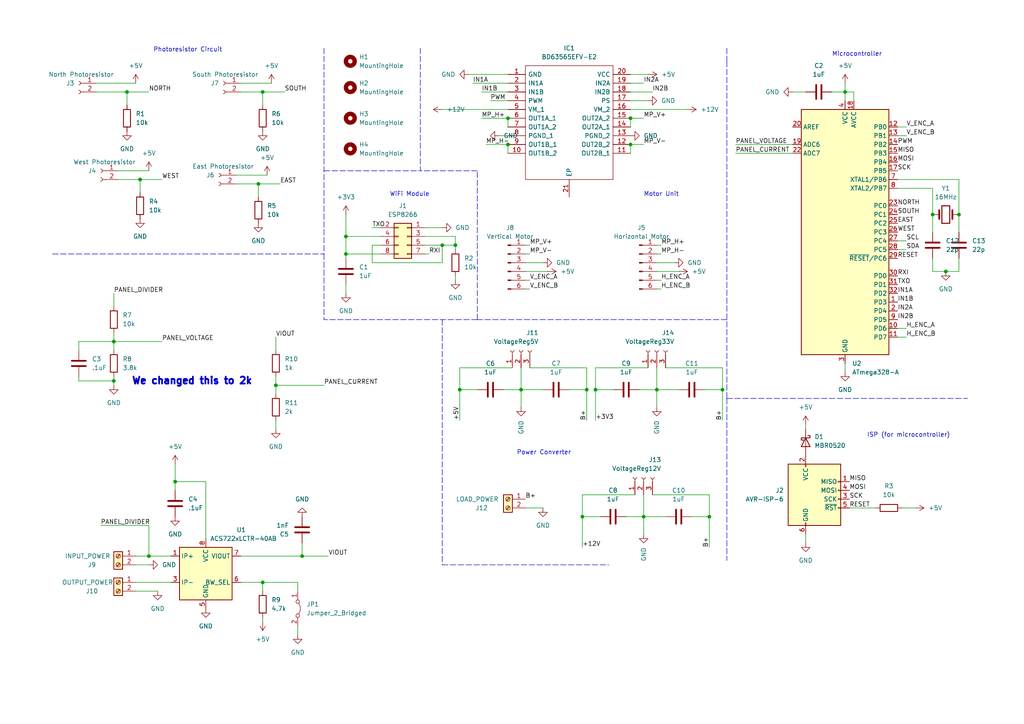
<source format=kicad_sch>
(kicad_sch (version 20211123) (generator eeschema)
  (paper "A4")
  (lib_symbols
    (symbol "Connector:AVR-ISP-6" (pin_names (offset 1.016))
      (property "Reference" "J" (at -6.35 11.43 0))
      (property "Value" "AVR-ISP-6" (at 0 11.43 0))
      (symbol "AVR-ISP-6_0_1"
        (rectangle (start -2.667 -6.858) (end -2.413 -7.62))
        (rectangle (start -2.667 10.16) (end -2.413 9.398))
        (rectangle (start 7.62 -2.413) (end 6.858 -2.667))
        (rectangle (start 7.62 0.127) (end 6.858 -0.127))
        (rectangle (start 7.62 2.667) (end 6.858 2.413))
        (rectangle (start 7.62 5.207) (end 6.858 4.953))
        (rectangle (start 7.62 10.16) (end -7.62 -7.62) (stroke (width 0.254)) (fill (type background)))
      )
      (symbol "AVR-ISP-6_1_1"
        (pin passive line (at 10.16 5.08 180) (length 2.54) (name "MISO") (number "1"))
        (pin passive line (at -2.54 12.7 270) (length 2.54) (name "VCC") (number "2"))
        (pin passive line (at 10.16 0 180) (length 2.54) (name "SCK") (number "3"))
        (pin passive line (at 10.16 2.54 180) (length 2.54) (name "MOSI") (number "4"))
        (pin passive line (at 10.16 -2.54 180) (length 2.54) (name "~{RST}") (number "5"))
        (pin passive line (at -2.54 -10.16 90) (length 2.54) (name "GND") (number "6"))
      )
    )
    (symbol "Connector:Conn_01x02_Female" (pin_names (offset 1.016) hide)
      (property "Reference" "J" (at 0 2.54 0))
      (property "Value" "Conn_01x02_Female" (at 0 -5.08 0))
      (symbol "Conn_01x02_Female_1_1"
        (arc (start 0 -2.032) (mid -0.508 -2.54) (end 0 -3.048) (stroke (width 0.1524)))
        (polyline (pts (xy -1.27 -2.54) (xy -0.508 -2.54)) (stroke (width 0.1524)))
        (polyline (pts (xy -1.27 0) (xy -0.508 0)) (stroke (width 0.1524)))
        (arc (start 0 0.508) (mid -0.508 0) (end 0 -0.508) (stroke (width 0.1524)))
        (pin passive line (at -5.08 0 0) (length 3.81) (name "Pin_1") (number "1"))
        (pin passive line (at -5.08 -2.54 0) (length 3.81) (name "Pin_2") (number "2"))
      )
    )
    (symbol "Connector:Conn_01x03_Female" (pin_names (offset 1.016) hide)
      (property "Reference" "J" (at 0 5.08 0))
      (property "Value" "Conn_01x03_Female" (at 0 -5.08 0))
      (symbol "Conn_01x03_Female_1_1"
        (arc (start 0 -2.032) (mid -0.508 -2.54) (end 0 -3.048) (stroke (width 0.1524)))
        (polyline (pts (xy -1.27 -2.54) (xy -0.508 -2.54)) (stroke (width 0.1524)))
        (polyline (pts (xy -1.27 0) (xy -0.508 0)) (stroke (width 0.1524)))
        (polyline (pts (xy -1.27 2.54) (xy -0.508 2.54)) (stroke (width 0.1524)))
        (arc (start 0 0.508) (mid -0.508 0) (end 0 -0.508) (stroke (width 0.1524)))
        (arc (start 0 3.048) (mid -0.508 2.54) (end 0 2.032) (stroke (width 0.1524)))
        (pin passive line (at -5.08 2.54 0) (length 3.81) (name "Pin_1") (number "1"))
        (pin passive line (at -5.08 0 0) (length 3.81) (name "Pin_2") (number "2"))
        (pin passive line (at -5.08 -2.54 0) (length 3.81) (name "Pin_3") (number "3"))
      )
    )
    (symbol "Connector:Conn_01x06_Male" (pin_names (offset 1.016) hide)
      (property "Reference" "J" (at 0 7.62 0))
      (property "Value" "Conn_01x06_Male" (at 0 -10.16 0))
      (symbol "Conn_01x06_Male_1_1"
        (polyline (pts (xy 1.27 -7.62) (xy 0.8636 -7.62)) (stroke (width 0.1524)))
        (polyline (pts (xy 1.27 -5.08) (xy 0.8636 -5.08)) (stroke (width 0.1524)))
        (polyline (pts (xy 1.27 -2.54) (xy 0.8636 -2.54)) (stroke (width 0.1524)))
        (polyline (pts (xy 1.27 0) (xy 0.8636 0)) (stroke (width 0.1524)))
        (polyline (pts (xy 1.27 2.54) (xy 0.8636 2.54)) (stroke (width 0.1524)))
        (polyline (pts (xy 1.27 5.08) (xy 0.8636 5.08)) (stroke (width 0.1524)))
        (rectangle (start 0.8636 -7.493) (end 0 -7.747) (stroke (width 0.1524)) (fill (type outline)))
        (rectangle (start 0.8636 -4.953) (end 0 -5.207) (stroke (width 0.1524)) (fill (type outline)))
        (rectangle (start 0.8636 -2.413) (end 0 -2.667) (stroke (width 0.1524)) (fill (type outline)))
        (rectangle (start 0.8636 0.127) (end 0 -0.127) (stroke (width 0.1524)) (fill (type outline)))
        (rectangle (start 0.8636 2.667) (end 0 2.413) (stroke (width 0.1524)) (fill (type outline)))
        (rectangle (start 0.8636 5.207) (end 0 4.953) (stroke (width 0.1524)) (fill (type outline)))
        (pin passive line (at 5.08 5.08 180) (length 3.81) (name "Pin_1") (number "1"))
        (pin passive line (at 5.08 2.54 180) (length 3.81) (name "Pin_2") (number "2"))
        (pin passive line (at 5.08 0 180) (length 3.81) (name "Pin_3") (number "3"))
        (pin passive line (at 5.08 -2.54 180) (length 3.81) (name "Pin_4") (number "4"))
        (pin passive line (at 5.08 -5.08 180) (length 3.81) (name "Pin_5") (number "5"))
        (pin passive line (at 5.08 -7.62 180) (length 3.81) (name "Pin_6") (number "6"))
      )
    )
    (symbol "Connector:Screw_Terminal_01x02" (pin_names (offset 1.016) hide)
      (property "Reference" "J" (at 0 2.54 0))
      (property "Value" "Screw_Terminal_01x02" (at 0 -5.08 0))
      (symbol "Screw_Terminal_01x02_1_1"
        (rectangle (start -1.27 1.27) (end 1.27 -3.81) (stroke (width 0.254)) (fill (type background)))
        (circle (center 0 -2.54) (radius 0.635) (stroke (width 0.1524)))
        (polyline (pts (xy -0.5334 -2.2098) (xy 0.3302 -3.048)) (stroke (width 0.1524)))
        (polyline (pts (xy -0.5334 0.3302) (xy 0.3302 -0.508)) (stroke (width 0.1524)))
        (polyline (pts (xy -0.3556 -2.032) (xy 0.508 -2.8702)) (stroke (width 0.1524)))
        (polyline (pts (xy -0.3556 0.508) (xy 0.508 -0.3302)) (stroke (width 0.1524)))
        (circle (center 0 0) (radius 0.635) (stroke (width 0.1524)))
        (pin passive line (at -5.08 0 0) (length 3.81) (name "Pin_1") (number "1"))
        (pin passive line (at -5.08 -2.54 0) (length 3.81) (name "Pin_2") (number "2"))
      )
    )
    (symbol "Connector_Generic:Conn_02x04_Odd_Even" (pin_names (offset 1.016) hide)
      (property "Reference" "J" (at 1.27 5.08 0))
      (property "Value" "Conn_02x04_Odd_Even" (at 1.27 -7.62 0))
      (symbol "Conn_02x04_Odd_Even_1_1"
        (rectangle (start -1.27 -4.953) (end 0 -5.207) (stroke (width 0.1524)))
        (rectangle (start -1.27 -2.413) (end 0 -2.667) (stroke (width 0.1524)))
        (rectangle (start -1.27 0.127) (end 0 -0.127) (stroke (width 0.1524)))
        (rectangle (start -1.27 2.667) (end 0 2.413) (stroke (width 0.1524)))
        (rectangle (start -1.27 3.81) (end 3.81 -6.35) (stroke (width 0.254)) (fill (type background)))
        (rectangle (start 3.81 -4.953) (end 2.54 -5.207) (stroke (width 0.1524)))
        (rectangle (start 3.81 -2.413) (end 2.54 -2.667) (stroke (width 0.1524)))
        (rectangle (start 3.81 0.127) (end 2.54 -0.127) (stroke (width 0.1524)))
        (rectangle (start 3.81 2.667) (end 2.54 2.413) (stroke (width 0.1524)))
        (pin passive line (at -5.08 2.54 0) (length 3.81) (name "Pin_1") (number "1"))
        (pin passive line (at 7.62 2.54 180) (length 3.81) (name "Pin_2") (number "2"))
        (pin passive line (at -5.08 0 0) (length 3.81) (name "Pin_3") (number "3"))
        (pin passive line (at 7.62 0 180) (length 3.81) (name "Pin_4") (number "4"))
        (pin passive line (at -5.08 -2.54 0) (length 3.81) (name "Pin_5") (number "5"))
        (pin passive line (at 7.62 -2.54 180) (length 3.81) (name "Pin_6") (number "6"))
        (pin passive line (at -5.08 -5.08 0) (length 3.81) (name "Pin_7") (number "7"))
        (pin passive line (at 7.62 -5.08 180) (length 3.81) (name "Pin_8") (number "8"))
      )
    )
    (symbol "Device:C" (pin_numbers hide) (pin_names (offset 0.254))
      (property "Reference" "C" (at 0.635 2.54 0))
      (property "Value" "C" (at 0.635 -2.54 0))
      (symbol "C_0_1"
        (polyline (pts (xy -2.032 -0.762) (xy 2.032 -0.762)) (stroke (width 0.508)))
        (polyline (pts (xy -2.032 0.762) (xy 2.032 0.762)) (stroke (width 0.508)))
      )
      (symbol "C_1_1"
        (pin passive line (at 0 3.81 270) (length 2.794) (name "~") (number "1"))
        (pin passive line (at 0 -3.81 90) (length 2.794) (name "~") (number "2"))
      )
    )
    (symbol "Device:Crystal" (pin_numbers hide) (pin_names (offset 1.016) hide)
      (property "Reference" "Y" (at 0 3.81 0))
      (property "Value" "Crystal" (at 0 -3.81 0))
      (symbol "Crystal_0_1"
        (rectangle (start -1.143 2.54) (end 1.143 -2.54) (stroke (width 0.3048)))
        (polyline (pts (xy -2.54 0) (xy -1.905 0)))
        (polyline (pts (xy -1.905 -1.27) (xy -1.905 1.27)) (stroke (width 0.508)))
        (polyline (pts (xy 1.905 -1.27) (xy 1.905 1.27)) (stroke (width 0.508)))
        (polyline (pts (xy 2.54 0) (xy 1.905 0)))
      )
      (symbol "Crystal_1_1"
        (pin passive line (at -3.81 0 0) (length 1.27) (name "1") (number "1"))
        (pin passive line (at 3.81 0 180) (length 1.27) (name "2") (number "2"))
      )
    )
    (symbol "Device:R" (pin_numbers hide) (pin_names (offset 0))
      (property "Reference" "R" (at 2.032 0 90))
      (property "Value" "R" (at 0 0 90))
      (symbol "R_0_1"
        (rectangle (start -1.016 -2.54) (end 1.016 2.54) (stroke (width 0.254)))
      )
      (symbol "R_1_1"
        (pin passive line (at 0 3.81 270) (length 1.27) (name "~") (number "1"))
        (pin passive line (at 0 -3.81 90) (length 1.27) (name "~") (number "2"))
      )
    )
    (symbol "Diode:MBR0520" (pin_numbers hide) (pin_names (offset 1.016) hide)
      (property "Reference" "D" (at 0 2.54 0))
      (property "Value" "MBR0520" (at 0 -2.54 0))
      (symbol "MBR0520_0_1"
        (polyline (pts (xy 1.27 0) (xy -1.27 0)))
        (polyline (pts (xy 1.27 1.27) (xy 1.27 -1.27) (xy -1.27 0) (xy 1.27 1.27)) (stroke (width 0.254)))
        (polyline (pts (xy -1.905 0.635) (xy -1.905 1.27) (xy -1.27 1.27) (xy -1.27 -1.27) (xy -0.635 -1.27) (xy -0.635 -0.635)) (stroke (width 0.254)))
      )
      (symbol "MBR0520_1_1"
        (pin passive line (at -3.81 0 0) (length 2.54) (name "K") (number "1"))
        (pin passive line (at 3.81 0 180) (length 2.54) (name "A") (number "2"))
      )
    )
    (symbol "Jumper:Jumper_2_Bridged" (pin_names (offset 0) hide)
      (property "Reference" "JP" (at 0 1.905 0))
      (property "Value" "Jumper_2_Bridged" (at 0 -2.54 0))
      (symbol "Jumper_2_Bridged_0_0"
        (circle (center -2.032 0) (radius 0.508))
        (circle (center 2.032 0) (radius 0.508))
      )
      (symbol "Jumper_2_Bridged_0_1"
        (arc (start 1.524 0.254) (mid 0 0.762) (end -1.524 0.254))
      )
      (symbol "Jumper_2_Bridged_1_1"
        (pin passive line (at -5.08 0 0) (length 2.54) (name "A") (number "1"))
        (pin passive line (at 5.08 0 180) (length 2.54) (name "B") (number "2"))
      )
    )
    (symbol "MCU_Microchip_ATmega:ATmega328-A"
      (property "Reference" "U" (at -12.7 36.83 0))
      (property "Value" "ATmega328-A" (at 2.54 -36.83 0))
      (symbol "ATmega328-A_0_1"
        (rectangle (start -12.7 -35.56) (end 12.7 35.56) (stroke (width 0.254)) (fill (type background)))
      )
      (symbol "ATmega328-A_1_1"
        (pin bidirectional line (at 15.24 -20.32 180) (length 2.54) (name "PD3") (number "1"))
        (pin bidirectional line (at 15.24 -27.94 180) (length 2.54) (name "PD6") (number "10"))
        (pin bidirectional line (at 15.24 -30.48 180) (length 2.54) (name "PD7") (number "11"))
        (pin bidirectional line (at 15.24 30.48 180) (length 2.54) (name "PB0") (number "12"))
        (pin bidirectional line (at 15.24 27.94 180) (length 2.54) (name "PB1") (number "13"))
        (pin bidirectional line (at 15.24 25.4 180) (length 2.54) (name "PB2") (number "14"))
        (pin bidirectional line (at 15.24 22.86 180) (length 2.54) (name "PB3") (number "15"))
        (pin bidirectional line (at 15.24 20.32 180) (length 2.54) (name "PB4") (number "16"))
        (pin bidirectional line (at 15.24 17.78 180) (length 2.54) (name "PB5") (number "17"))
        (pin power_in line (at 2.54 38.1 270) (length 2.54) (name "AVCC") (number "18"))
        (pin input line (at -15.24 25.4 0) (length 2.54) (name "ADC6") (number "19"))
        (pin bidirectional line (at 15.24 -22.86 180) (length 2.54) (name "PD4") (number "2"))
        (pin passive line (at -15.24 30.48 0) (length 2.54) (name "AREF") (number "20"))
        (pin passive line (at 0 -38.1 90) (length 2.54) hide (name "GND") (number "21"))
        (pin input line (at -15.24 22.86 0) (length 2.54) (name "ADC7") (number "22"))
        (pin bidirectional line (at 15.24 7.62 180) (length 2.54) (name "PC0") (number "23"))
        (pin bidirectional line (at 15.24 5.08 180) (length 2.54) (name "PC1") (number "24"))
        (pin bidirectional line (at 15.24 2.54 180) (length 2.54) (name "PC2") (number "25"))
        (pin bidirectional line (at 15.24 0 180) (length 2.54) (name "PC3") (number "26"))
        (pin bidirectional line (at 15.24 -2.54 180) (length 2.54) (name "PC4") (number "27"))
        (pin bidirectional line (at 15.24 -5.08 180) (length 2.54) (name "PC5") (number "28"))
        (pin bidirectional line (at 15.24 -7.62 180) (length 2.54) (name "~{RESET}/PC6") (number "29"))
        (pin power_in line (at 0 -38.1 90) (length 2.54) (name "GND") (number "3"))
        (pin bidirectional line (at 15.24 -12.7 180) (length 2.54) (name "PD0") (number "30"))
        (pin bidirectional line (at 15.24 -15.24 180) (length 2.54) (name "PD1") (number "31"))
        (pin bidirectional line (at 15.24 -17.78 180) (length 2.54) (name "PD2") (number "32"))
        (pin power_in line (at 0 38.1 270) (length 2.54) (name "VCC") (number "4"))
        (pin passive line (at 0 -38.1 90) (length 2.54) hide (name "GND") (number "5"))
        (pin passive line (at 0 38.1 270) (length 2.54) hide (name "VCC") (number "6"))
        (pin bidirectional line (at 15.24 15.24 180) (length 2.54) (name "XTAL1/PB6") (number "7"))
        (pin bidirectional line (at 15.24 12.7 180) (length 2.54) (name "XTAL2/PB7") (number "8"))
        (pin bidirectional line (at 15.24 -25.4 180) (length 2.54) (name "PD5") (number "9"))
      )
    )
    (symbol "Mechanical:MountingHole" (pin_names (offset 1.016))
      (property "Reference" "H" (at 0 5.08 0))
      (property "Value" "MountingHole" (at 0 3.175 0))
      (symbol "MountingHole_0_1"
        (circle (center 0 0) (radius 1.27) (stroke (width 1.27)))
      )
    )
    (symbol "Motor Driver BD635:BD63565EFV-E2" (pin_names (offset 0.762))
      (property "Reference" "IC" (at 31.75 7.62 0))
      (property "Value" "BD63565EFV-E2" (at 31.75 5.08 0))
      (symbol "BD63565EFV-E2_0_0"
        (pin passive line (at 0 0 0) (length 5.08) (name "GND") (number "1"))
        (pin passive line (at 0 -22.86 0) (length 5.08) (name "OUT1B_2") (number "10"))
        (pin passive line (at 35.56 -22.86 180) (length 5.08) (name "OUT2B_1") (number "11"))
        (pin passive line (at 35.56 -20.32 180) (length 5.08) (name "OUT2B_2") (number "12"))
        (pin passive line (at 35.56 -17.78 180) (length 5.08) (name "PGND_2") (number "13"))
        (pin passive line (at 35.56 -15.24 180) (length 5.08) (name "OUT2A_1") (number "14"))
        (pin passive line (at 35.56 -12.7 180) (length 5.08) (name "OUT2A_2") (number "15"))
        (pin passive line (at 35.56 -10.16 180) (length 5.08) (name "VM_2") (number "16"))
        (pin passive line (at 35.56 -7.62 180) (length 5.08) (name "PS") (number "17"))
        (pin passive line (at 35.56 -5.08 180) (length 5.08) (name "IN2B") (number "18"))
        (pin passive line (at 35.56 -2.54 180) (length 5.08) (name "IN2A") (number "19"))
        (pin passive line (at 0 -2.54 0) (length 5.08) (name "IN1A") (number "2"))
        (pin passive line (at 35.56 0 180) (length 5.08) (name "VCC") (number "20"))
        (pin passive line (at 17.78 -35.56 90) (length 5.08) (name "EP") (number "21"))
        (pin passive line (at 0 -5.08 0) (length 5.08) (name "IN1B") (number "3"))
        (pin passive line (at 0 -7.62 0) (length 5.08) (name "PWM") (number "4"))
        (pin passive line (at 0 -10.16 0) (length 5.08) (name "VM_1") (number "5"))
        (pin passive line (at 0 -12.7 0) (length 5.08) (name "OUT1A_1") (number "6"))
        (pin passive line (at 0 -15.24 0) (length 5.08) (name "OUT1A_2") (number "7"))
        (pin passive line (at 0 -17.78 0) (length 5.08) (name "PGND_1") (number "8"))
        (pin passive line (at 0 -20.32 0) (length 5.08) (name "OUT1B_1") (number "9"))
      )
      (symbol "BD63565EFV-E2_0_1"
        (polyline (pts (xy 5.08 2.54) (xy 30.48 2.54) (xy 30.48 -30.48) (xy 5.08 -30.48) (xy 5.08 2.54)) (stroke (width 0.1524)))
      )
    )
    (symbol "Sensor_Current:ACS722xLCTR-40AB"
      (property "Reference" "U" (at 2.54 11.43 0))
      (property "Value" "ACS722xLCTR-40AB" (at 2.54 8.89 0))
      (symbol "ACS722xLCTR-40AB_0_1"
        (rectangle (start -7.62 7.62) (end 7.62 -7.62) (stroke (width 0.254)) (fill (type background)))
      )
      (symbol "ACS722xLCTR-40AB_1_1"
        (pin passive line (at -10.16 5.08 0) (length 2.54) (name "IP+") (number "1"))
        (pin passive line (at -10.16 5.08 0) (length 2.54) hide (name "IP+") (number "2"))
        (pin passive line (at -10.16 -2.54 0) (length 2.54) (name "IP-") (number "3"))
        (pin passive line (at -10.16 -2.54 0) (length 2.54) hide (name "IP-") (number "4"))
        (pin power_in line (at 0 -10.16 90) (length 2.54) (name "GND") (number "5"))
        (pin input line (at 10.16 -2.54 180) (length 2.54) (name "BW_SEL") (number "6"))
        (pin output line (at 10.16 5.08 180) (length 2.54) (name "VIOUT") (number "7"))
        (pin power_in line (at 0 10.16 270) (length 2.54) (name "VCC") (number "8"))
      )
    )
    (symbol "power:+12V" (power) (pin_names (offset 0))
      (property "Value" "+12V" (at 0 3.556 0))
      (symbol "+12V_0_1"
        (polyline (pts (xy -0.762 1.27) (xy 0 2.54)))
        (polyline (pts (xy 0 0) (xy 0 2.54)))
        (polyline (pts (xy 0 2.54) (xy 0.762 1.27)))
      )
      (symbol "+12V_1_1"
        (pin power_in line (at 0 0 90) (length 0) hide (name "+12V") (number "1"))
      )
    )
    (symbol "power:+3.3V" (power) (pin_names (offset 0))
      (property "Value" "+3.3V" (at 0 3.556 0))
      (symbol "+3.3V_0_1"
        (polyline (pts (xy -0.762 1.27) (xy 0 2.54)))
        (polyline (pts (xy 0 0) (xy 0 2.54)))
        (polyline (pts (xy 0 2.54) (xy 0.762 1.27)))
      )
      (symbol "+3.3V_1_1"
        (pin power_in line (at 0 0 90) (length 0) hide (name "+3V3") (number "1"))
      )
    )
    (symbol "power:+5V" (power) (pin_names (offset 0))
      (property "Value" "+5V" (at 0 3.556 0))
      (symbol "+5V_0_1"
        (polyline (pts (xy -0.762 1.27) (xy 0 2.54)))
        (polyline (pts (xy 0 0) (xy 0 2.54)))
        (polyline (pts (xy 0 2.54) (xy 0.762 1.27)))
      )
      (symbol "+5V_1_1"
        (pin power_in line (at 0 0 90) (length 0) hide (name "+5V") (number "1"))
      )
    )
    (symbol "power:GND" (power) (pin_names (offset 0))
      (property "Value" "GND" (at 0 -3.81 0))
      (symbol "GND_0_1"
        (polyline (pts (xy 0 0) (xy 0 -1.27) (xy 1.27 -1.27) (xy 0 -2.54) (xy -1.27 -1.27) (xy 0 -1.27)))
      )
      (symbol "GND_1_1"
        (pin power_in line (at 0 0 270) (length 0) hide (name "GND") (number "1"))
      )
    )
  )
  (junction (at 170.18 113.03))
  (junction (at 245.11 26.67))
  (junction (at 172.72 113.03))
  (junction (at 274.32 78.74))
  (junction (at 40.64 52.07))
  (junction (at 147.32 41.91))
  (junction (at 132.08 71.12))
  (junction (at 33.02 99.06))
  (junction (at 74.93 53.34))
  (junction (at 151.13 113.03))
  (junction (at 50.8 139.7))
  (junction (at 168.91 149.86))
  (junction (at 76.2 168.91))
  (junction (at 270.51 62.23))
  (junction (at 182.88 34.29))
  (junction (at 36.83 26.67))
  (junction (at 33.02 110.49))
  (junction (at 182.88 41.91))
  (junction (at 76.2 26.67))
  (junction (at 87.63 161.29))
  (junction (at 80.01 111.76))
  (junction (at 186.69 149.86))
  (junction (at 100.33 68.58))
  (junction (at 43.18 161.29))
  (junction (at 100.33 73.66))
  (junction (at 205.74 149.86))
  (junction (at 133.35 113.03))
  (junction (at 209.55 113.03))
  (junction (at 147.32 34.29))
  (junction (at 278.13 62.23))
  (junction (at 128.27 71.12))
  (junction (at 190.5 113.03))
  (wire (pts (xy 260.35 54.61) (xy 270.51 54.61)))
  (wire (pts (xy 182.88 34.29) (xy 182.88 36.83)))
  (wire (pts (xy 186.69 154.94) (xy 186.69 149.86)))
  (wire (pts (xy 170.18 106.68) (xy 153.67 106.68)))
  (wire (pts (xy 260.35 97.79) (xy 262.89 97.79)))
  (wire (pts (xy 22.86 110.49) (xy 33.02 110.49)))
  (wire (pts (xy 33.02 110.49) (xy 33.02 111.76)))
  (wire (pts (xy 110.49 71.12) (xy 107.95 71.12)))
  (wire (pts (xy 142.24 29.21) (xy 147.32 29.21)))
  (wire (pts (xy 76.2 168.91) (xy 76.2 171.45)))
  (wire (pts (xy 204.47 113.03) (xy 209.55 113.03)))
  (wire (pts (xy 261.62 147.32) (xy 265.43 147.32)))
  (wire (pts (xy 50.8 139.7) (xy 59.69 139.7)))
  (wire (pts (xy 33.02 99.06) (xy 46.99 99.06)))
  (wire (pts (xy 100.33 68.58) (xy 110.49 68.58)))
  (wire (pts (xy 133.35 121.92) (xy 133.35 113.03)))
  (polyline (pts (xy 93.98 13.97) (xy 93.98 73.66)))
  (wire (pts (xy 76.2 26.67) (xy 82.55 26.67)))
  (wire (pts (xy 87.63 157.48) (xy 87.63 161.29)))
  (wire (pts (xy 68.58 53.34) (xy 74.93 53.34)))
  (wire (pts (xy 205.74 143.51) (xy 189.23 143.51)))
  (polyline (pts (xy 210.82 115.57) (xy 210.82 162.56)))
  (wire (pts (xy 33.02 96.4991) (xy 33.02 99.06)))
  (wire (pts (xy 39.37 163.83) (xy 43.18 163.83)))
  (wire (pts (xy 209.55 106.68) (xy 193.04 106.68)))
  (wire (pts (xy 190.5 118.11) (xy 190.5 113.03)))
  (wire (pts (xy 247.65 26.67) (xy 245.11 26.67)))
  (wire (pts (xy 140.97 41.91) (xy 147.32 41.91)))
  (wire (pts (xy 69.85 161.29) (xy 87.63 161.29)))
  (wire (pts (xy 260.35 95.25) (xy 262.89 95.25)))
  (wire (pts (xy 246.38 147.32) (xy 254 147.32)))
  (wire (pts (xy 229.87 26.67) (xy 233.68 26.67)))
  (wire (pts (xy 132.08 68.58) (xy 132.08 71.12)))
  (wire (pts (xy 151.13 118.11) (xy 151.13 113.03)))
  (wire (pts (xy 132.08 72.39) (xy 132.08 71.12)))
  (wire (pts (xy 172.72 113.03) (xy 177.8 113.03)))
  (wire (pts (xy 245.11 105.41) (xy 245.11 107.95)))
  (wire (pts (xy 260.35 69.85) (xy 262.89 69.85)))
  (wire (pts (xy 190.5 113.03) (xy 196.85 113.03)))
  (polyline (pts (xy 128.27 92.71) (xy 128.27 163.83)))
  (wire (pts (xy 278.13 78.74) (xy 274.32 78.74)))
  (wire (pts (xy 147.32 34.29) (xy 147.32 36.83)))
  (wire (pts (xy 27.94 26.67) (xy 36.83 26.67)))
  (wire (pts (xy 135.89 21.59) (xy 147.32 21.59)))
  (wire (pts (xy 34.29 52.07) (xy 40.64 52.07)))
  (wire (pts (xy 86.36 181.61) (xy 86.36 184.15)))
  (wire (pts (xy 151.13 113.03) (xy 157.48 113.03)))
  (wire (pts (xy 107.95 66.04) (xy 110.49 66.04)))
  (wire (pts (xy 152.4 83.82) (xy 153.67 83.82)))
  (polyline (pts (xy 210.82 13.97) (xy 210.82 17.78)))
  (wire (pts (xy 182.88 21.59) (xy 187.96 21.59)))
  (polyline (pts (xy 210.82 17.78) (xy 210.82 115.57)))
  (wire (pts (xy 100.33 68.58) (xy 100.33 73.66)))
  (polyline (pts (xy 138.43 92.71) (xy 138.43 49.53)))
  (wire (pts (xy 245.11 26.67) (xy 245.11 29.21)))
  (wire (pts (xy 190.5 113.03) (xy 190.5 106.68)))
  (wire (pts (xy 76.2 26.67) (xy 76.2 30.48)))
  (wire (pts (xy 146.05 113.03) (xy 151.13 113.03)))
  (wire (pts (xy 278.13 62.23) (xy 278.13 67.31)))
  (wire (pts (xy 260.35 36.83) (xy 262.89 36.83)))
  (wire (pts (xy 172.72 106.68) (xy 187.96 106.68)))
  (wire (pts (xy 68.58 50.8) (xy 77.47 50.8)))
  (wire (pts (xy 69.85 26.67) (xy 76.2 26.67)))
  (wire (pts (xy 133.35 106.68) (xy 148.59 106.68)))
  (wire (pts (xy 123.19 71.12) (xy 128.27 71.12)))
  (wire (pts (xy 182.88 41.91) (xy 182.88 44.45)))
  (wire (pts (xy 247.65 29.21) (xy 247.65 26.67)))
  (wire (pts (xy 270.51 78.74) (xy 274.32 78.74)))
  (wire (pts (xy 80.01 109.1991) (xy 80.01 111.76)))
  (polyline (pts (xy 128.27 163.83) (xy 176.53 163.83)))
  (wire (pts (xy 123.19 68.58) (xy 132.08 68.58)))
  (wire (pts (xy 36.83 26.67) (xy 36.83 30.48)))
  (polyline (pts (xy 121.92 13.97) (xy 121.92 49.53)))
  (wire (pts (xy 33.02 99.06) (xy 22.86 99.06)))
  (wire (pts (xy 50.8 134.62) (xy 50.8 139.7)))
  (wire (pts (xy 278.13 52.07) (xy 278.13 62.23)))
  (wire (pts (xy 165.1 113.03) (xy 170.18 113.03)))
  (wire (pts (xy 152.4 76.2) (xy 157.48 76.2)))
  (wire (pts (xy 147.32 41.91) (xy 147.32 44.45)))
  (wire (pts (xy 233.68 154.94) (xy 233.68 157.48)))
  (wire (pts (xy 170.18 121.92) (xy 170.18 113.03)))
  (wire (pts (xy 80.01 97.79) (xy 80.01 101.5791)))
  (wire (pts (xy 185.42 113.03) (xy 190.5 113.03)))
  (wire (pts (xy 128.27 71.12) (xy 132.08 71.12)))
  (wire (pts (xy 260.35 52.07) (xy 278.13 52.07)))
  (wire (pts (xy 168.91 149.86) (xy 173.99 149.86)))
  (wire (pts (xy 233.68 124.46) (xy 233.68 123.19)))
  (wire (pts (xy 270.51 54.61) (xy 270.51 62.23)))
  (polyline (pts (xy 138.43 49.53) (xy 121.92 49.53)))
  (wire (pts (xy 76.2 179.07) (xy 76.2 180.34)))
  (wire (pts (xy 128.27 31.75) (xy 147.32 31.75)))
  (wire (pts (xy 39.37 171.45) (xy 45.72 171.45)))
  (wire (pts (xy 152.4 73.66) (xy 153.67 73.66)))
  (polyline (pts (xy 210.82 92.71) (xy 138.43 92.71)))
  (wire (pts (xy 86.36 168.91) (xy 86.36 171.45)))
  (wire (pts (xy 59.69 156.21) (xy 59.69 139.7)))
  (wire (pts (xy 39.37 168.91) (xy 49.53 168.91)))
  (wire (pts (xy 107.95 76.2) (xy 128.27 76.2)))
  (wire (pts (xy 27.94 24.13) (xy 39.37 24.13)))
  (polyline (pts (xy 138.43 92.71) (xy 93.98 92.71)))
  (wire (pts (xy 245.11 24.13) (xy 245.11 26.67)))
  (wire (pts (xy 137.16 24.13) (xy 147.32 24.13)))
  (wire (pts (xy 182.88 31.75) (xy 199.39 31.75)))
  (wire (pts (xy 190.5 76.2) (xy 195.58 76.2)))
  (wire (pts (xy 213.36 44.45) (xy 229.87 44.45)))
  (polyline (pts (xy 210.82 115.57) (xy 280.67 115.57)))
  (wire (pts (xy 107.95 71.12) (xy 107.95 76.2)))
  (wire (pts (xy 80.01 111.76) (xy 93.98 111.76)))
  (wire (pts (xy 40.64 52.07) (xy 40.64 55.88)))
  (wire (pts (xy 190.5 78.74) (xy 196.85 78.74)))
  (wire (pts (xy 22.86 99.06) (xy 22.86 101.6)))
  (wire (pts (xy 29.21 152.4) (xy 43.18 152.4)))
  (wire (pts (xy 43.18 161.29) (xy 43.18 152.4)))
  (polyline (pts (xy 93.98 49.53) (xy 121.92 49.53)))
  (wire (pts (xy 190.5 73.66) (xy 191.77 73.66)))
  (polyline (pts (xy 15.24 73.66) (xy 93.98 73.66)))
  (wire (pts (xy 170.18 113.03) (xy 170.18 106.68)))
  (wire (pts (xy 190.5 83.82) (xy 191.77 83.82)))
  (wire (pts (xy 33.02 99.06) (xy 33.02 101.6)))
  (wire (pts (xy 74.93 53.34) (xy 74.93 57.15)))
  (wire (pts (xy 186.69 149.86) (xy 186.69 143.51)))
  (polyline (pts (xy 93.98 73.66) (xy 93.98 92.71)))
  (wire (pts (xy 100.33 85.09) (xy 100.33 82.55)))
  (wire (pts (xy 209.55 113.03) (xy 209.55 106.68)))
  (wire (pts (xy 168.91 158.75) (xy 168.91 149.86)))
  (wire (pts (xy 182.88 24.13) (xy 186.69 24.13)))
  (wire (pts (xy 191.77 71.12) (xy 190.5 71.12)))
  (wire (pts (xy 139.7 26.67) (xy 147.32 26.67)))
  (wire (pts (xy 205.74 158.75) (xy 205.74 149.86)))
  (wire (pts (xy 76.2 168.91) (xy 86.36 168.91)))
  (wire (pts (xy 123.19 73.66) (xy 124.46 73.66)))
  (wire (pts (xy 172.72 121.92) (xy 172.72 113.03)))
  (wire (pts (xy 80.01 111.76) (xy 80.01 114.3)))
  (wire (pts (xy 128.27 76.2) (xy 128.27 71.12)))
  (wire (pts (xy 190.5 81.28) (xy 191.77 81.28)))
  (wire (pts (xy 213.36 41.91) (xy 229.87 41.91)))
  (wire (pts (xy 209.55 121.92) (xy 209.55 113.03)))
  (wire (pts (xy 34.29 49.53) (xy 43.18 49.53)))
  (wire (pts (xy 43.18 161.29) (xy 49.53 161.29)))
  (wire (pts (xy 39.37 161.29) (xy 43.18 161.29)))
  (wire (pts (xy 182.88 41.91) (xy 186.69 41.91)))
  (wire (pts (xy 241.3 26.67) (xy 245.11 26.67)))
  (wire (pts (xy 33.02 85.09) (xy 33.02 88.8791)))
  (wire (pts (xy 181.61 149.86) (xy 186.69 149.86)))
  (wire (pts (xy 168.91 143.51) (xy 184.15 143.51)))
  (wire (pts (xy 260.35 39.37) (xy 262.89 39.37)))
  (wire (pts (xy 152.4 78.74) (xy 158.75 78.74)))
  (wire (pts (xy 22.86 109.22) (xy 22.86 110.49)))
  (wire (pts (xy 133.35 113.03) (xy 138.43 113.03)))
  (wire (pts (xy 172.72 113.03) (xy 172.72 106.68)))
  (wire (pts (xy 182.88 29.21) (xy 187.96 29.21)))
  (wire (pts (xy 182.88 26.67) (xy 189.23 26.67)))
  (wire (pts (xy 200.66 149.86) (xy 205.74 149.86)))
  (wire (pts (xy 270.51 62.23) (xy 270.51 67.31)))
  (wire (pts (xy 69.85 24.13) (xy 78.74 24.13)))
  (wire (pts (xy 182.88 34.29) (xy 186.69 34.29)))
  (wire (pts (xy 152.4 81.28) (xy 153.67 81.28)))
  (wire (pts (xy 278.13 74.93) (xy 278.13 78.74)))
  (wire (pts (xy 205.74 149.86) (xy 205.74 143.51)))
  (wire (pts (xy 36.83 26.67) (xy 43.18 26.67)))
  (wire (pts (xy 133.35 113.03) (xy 133.35 106.68)))
  (wire (pts (xy 100.33 62.23) (xy 100.33 68.58)))
  (wire (pts (xy 144.78 39.37) (xy 147.32 39.37)))
  (wire (pts (xy 168.91 149.86) (xy 168.91 143.51)))
  (wire (pts (xy 139.7 34.29) (xy 147.32 34.29)))
  (wire (pts (xy 87.63 161.29) (xy 95.25 161.29)))
  (wire (pts (xy 152.4 147.32) (xy 157.48 147.32)))
  (wire (pts (xy 270.51 74.93) (xy 270.51 78.74)))
  (wire (pts (xy 132.08 80.01) (xy 132.08 81.28)))
  (wire (pts (xy 151.13 113.03) (xy 151.13 106.68)))
  (wire (pts (xy 74.93 53.34) (xy 81.28 53.34)))
  (wire (pts (xy 33.02 109.22) (xy 33.02 110.49)))
  (wire (pts (xy 110.49 73.66) (xy 100.33 73.66)))
  (wire (pts (xy 123.19 66.04) (xy 128.27 66.04)))
  (wire (pts (xy 40.64 52.07) (xy 46.99 52.07)))
  (wire (pts (xy 260.35 72.39) (xy 262.89 72.39)))
  (wire (pts (xy 100.33 73.66) (xy 100.33 74.93)))
  (wire (pts (xy 50.8 139.7) (xy 50.8 142.24)))
  (wire (pts (xy 80.01 121.92) (xy 80.01 124.46)))
  (wire (pts (xy 186.69 149.86) (xy 193.04 149.86)))
  (wire (pts (xy 153.67 71.12) (xy 152.4 71.12)))
  (wire (pts (xy 69.85 168.91) (xy 76.2 168.91)))
  (text "We changed this to 2k" (at 38.1 111.76 0) (effects (font (size 2 2) (thickness 0.8) bold) (justify left bottom)))
  (text "Microcontroller" (at 241.3 16.51 0) (effects (font (size 1.27 1.27)) (justify left bottom)))
  (text "WiFi Module" (at 113.03 57.15 0) (effects (font (size 1.27 1.27)) (justify left bottom)))
  (text "Motor Unit" (at 186.69 57.15 0) (effects (font (size 1.27 1.27)) (justify left bottom)))
  (text "Photoresistor Circuit" (at 44.45 15.24 0) (effects (font (size 1.27 1.27)) (justify left bottom)))
  (text "ISP (for microcontroller)" (at 251.46 127 0) (effects (font (size 1.27 1.27)) (justify left bottom)))
  (text "Power Converter" (at 149.86 132.08 0) (effects (font (size 1.27 1.27)) (justify left bottom)))
  (label "PANEL_CURRENT" (at 93.98 111.76 0))
  (label "WEST" (at 260.35 67.31 0))
  (label "B+" (at 170.18 121.92 90))
  (label "SCL" (at 262.89 69.85 0))
  (label "MP_H+" (at 139.7 34.29 0))
  (label "V_ENC_A" (at 262.89 36.83 0))
  (label "+5V" (at 133.35 121.92 90))
  (label "IN2A" (at 260.35 90.17 0))
  (label "TXO" (at 260.35 82.55 0))
  (label "H_ENC_A" (at 262.89 95.25 0))
  (label "SOUTH" (at 82.55 26.67 0))
  (label "RESET" (at 246.38 147.32 0))
  (label "SDA" (at 262.89 72.39 0))
  (label "PANEL_DIVIDER" (at 29.21 152.4 0))
  (label "IN2A" (at 186.69 24.13 0))
  (label "PANEL_VOLTAGE" (at 46.99 99.06 0))
  (label "TXO" (at 107.95 66.04 0))
  (label "MP_V-" (at 153.67 73.66 0))
  (label "IN1B" (at 139.7 26.67 0))
  (label "PANEL_CURRENT" (at 213.36 44.45 0))
  (label "MOSI" (at 246.38 142.24 0))
  (label "MP_V+" (at 186.69 34.29 0))
  (label "IN1B" (at 260.35 87.63 0))
  (label "EAST" (at 81.28 53.34 0))
  (label "IN2B" (at 260.35 92.71 0))
  (label "MP_H-" (at 140.97 41.91 0))
  (label "RXI" (at 260.35 80.01 0))
  (label "V_ENC_B" (at 153.67 83.82 0))
  (label "IN1A" (at 260.35 85.09 0))
  (label "B+" (at 209.55 121.92 90))
  (label "H_ENC_B" (at 262.89 97.79 0))
  (label "+12V" (at 168.91 158.75 0))
  (label "SOUTH" (at 260.35 62.23 0))
  (label "MOSI" (at 260.35 46.99 0))
  (label "NORTH" (at 260.35 59.69 0))
  (label "MP_H+" (at 191.77 71.12 0))
  (label "MP_H-" (at 191.77 73.66 0))
  (label "VIOUT" (at 95.25 161.29 0))
  (label "IN2B" (at 189.23 26.67 0))
  (label "VIOUT" (at 80.01 97.79 0))
  (label "B+" (at 152.4 144.78 0))
  (label "IN1A" (at 137.16 24.13 0))
  (label "EAST" (at 260.35 64.77 0))
  (label "PWM" (at 260.35 41.91 0))
  (label "RXI" (at 124.46 73.66 0))
  (label "MP_V-" (at 186.69 41.91 0))
  (label "PANEL_DIVIDER" (at 33.02 85.09 0))
  (label "SCK" (at 260.35 49.53 0))
  (label "MISO" (at 260.35 44.45 0))
  (label "MP_V+" (at 153.67 71.12 0))
  (label "+3V3" (at 172.72 121.92 0))
  (label "WEST" (at 46.99 52.07 0))
  (label "B+" (at 205.74 158.75 90))
  (label "RESET" (at 260.35 74.93 0))
  (label "PANEL_VOLTAGE" (at 213.36 41.91 0))
  (label "H_ENC_A" (at 191.77 81.28 0))
  (label "MISO" (at 246.38 139.7 0))
  (label "H_ENC_B" (at 191.77 83.82 0))
  (label "PWM" (at 142.24 29.21 0))
  (label "SCK" (at 246.38 144.78 0))
  (label "NORTH" (at 43.18 26.67 0))
  (label "V_ENC_A" (at 153.67 81.28 0))
  (label "V_ENC_B" (at 262.89 39.37 0))
  (symbol (lib_id "Device:C") (at 161.29 113.03 270) (unit 1)
    (property "Reference" "C7" (at 161.29 105.41 90))
    (property "Value" "1uF" (at 161.29 107.95 90))
    (property "Footprint" "Capacitor_SMD:C_0805_2012Metric_Pad1.18x1.45mm_HandSolder" (effects hide))
  )
  (symbol (lib_id "power:GND") (at 45.72 171.45 0) (unit 1)
    (property "Reference" "#PWR0139" (effects hide))
    (property "Value" "GND" (at 45.72 176.53 0))
  )
  (symbol (lib_id "power:GND") (at 100.33 85.09 0) (unit 1)
    (property "Reference" "#PWR0109" (effects hide))
    (property "Value" "GND" (at 100.33 90.17 0))
  )
  (symbol (lib_id "power:GND") (at 80.01 124.46 0) (unit 1)
    (property "Reference" "#PWR0143" (effects hide))
    (property "Value" "GND" (at 80.01 129.54 0))
  )
  (symbol (lib_id "Device:R") (at 80.01 105.3891 0) (unit 1)
    (property "Reference" "R10" (at 82.55 104.119 0) (effects (justify left)))
    (property "Value" "1k" (at 82.55 106.659 0) (effects (justify left)))
    (property "Footprint" "Resistor_SMD:R_0805_2012Metric_Pad1.20x1.40mm_HandSolder" (effects hide))
  )
  (symbol (lib_id "Device:R") (at 76.2 34.29 0) (unit 1)
    (property "Reference" "R6" (at 78.74 33.0199 0) (effects (justify left)))
    (property "Value" "10k" (at 78.74 35.5599 0) (effects (justify left)))
    (property "Footprint" "Resistor_SMD:R_0805_2012Metric_Pad1.20x1.40mm_HandSolder" (effects hide))
  )
  (symbol (lib_id "Motor Driver BD635:BD63565EFV-E2") (at 147.32 21.59 0) (unit 1)
    (property "Reference" "IC1" (at 165.1 13.97 0))
    (property "Value" "BD63565EFV-E2" (at 165.1 16.51 0))
    (property "Footprint" "BD635:BD635" (effects hide))
    (property "Datasheet" "https://datasheet.datasheetarchive.com/originals/distributors/Datasheets_SAMA/f1d70fc65003232e3aaf91ba9b9805cb.pdf" (effects hide))
    (property "Description" "ROHM BD63565EFV-E2, Brushed Dual H Bridge Driver 20-Pin, HTSSOP" (effects hide))
    (property "Height" "1" (effects hide))
    (property "Manufacturer_Name" "ROHM Semiconductor" (effects hide))
    (property "Manufacturer_Part_Number" "BD63565EFV-E2" (effects hide))
    (property "Mouser Part Number" "755-BD63565EFV-E2" (effects hide))
    (property "Mouser Price/Stock" "https://www.mouser.co.uk/ProductDetail/ROHM-Semiconductor/BD63565EFV-E2?qs=YCa%2FAAYMW01X1ZPY2Zk%2F3w%3D%3D" (effects hide))
  )
  (symbol (lib_id "power:+12V") (at 128.27 31.75 90) (unit 1)
    (property "Reference" "#PWR0125" (effects hide))
    (property "Value" "+12V" (at 129.54 31.7499 90) (effects (justify right)))
  )
  (symbol (lib_id "power:GND") (at 157.48 147.32 0) (unit 1)
    (property "Reference" "#PWR0102" (effects hide))
    (property "Value" "GND" (at 157.48 152.4 0))
  )
  (symbol (lib_id "power:+5V") (at 76.2 180.34 180) (unit 1)
    (property "Reference" "#PWR0135" (effects hide))
    (property "Value" "+5V" (at 76.2 185.42 0))
  )
  (symbol (lib_id "power:+5V") (at 50.8 134.62 0) (unit 1)
    (property "Reference" "#PWR0142" (effects hide))
    (property "Value" "+5V" (at 50.8 129.54 0))
  )
  (symbol (lib_id "MCU_Microchip_ATmega:ATmega328-A") (at 245.11 67.31 0) (unit 1)
    (property "Reference" "U2" (at 247.1294 105.41 0) (effects (justify left)))
    (property "Value" "ATmega328-A" (at 247.1294 107.95 0) (effects (justify left)))
    (property "Footprint" "Package_QFP:TQFP-32_7x7mm_P0.8mm" (effects hide))
    (property "Datasheet" "http://ww1.microchip.com/downloads/en/DeviceDoc/ATmega328_P%20AVR%20MCU%20with%20picoPower%20Technology%20Data%20Sheet%2040001984A.pdf" (effects hide))
  )
  (symbol (lib_id "Connector:Screw_Terminal_01x02") (at 147.32 144.78 0) (mirror y) (unit 1)
    (property "Reference" "J12" (at 139.7 147.32 0))
    (property "Value" "LOAD_POWER" (at 138.43 144.78 0))
    (property "Footprint" "TerminalBlock_MetzConnect:TerminalBlock_MetzConnect_Type703_RT10N02HGLU_1x02_P9.52mm_Horizontal" (effects hide))
  )
  (symbol (lib_id "power:GND") (at 233.68 157.48 0) (unit 1)
    (property "Reference" "#PWR0105" (effects hide))
    (property "Value" "GND" (at 233.68 162.56 0))
  )
  (symbol (lib_id "power:GND") (at 36.83 38.1 0) (unit 1)
    (property "Reference" "#PWR0116" (effects hide))
    (property "Value" "GND" (at 36.83 43.18 0))
  )
  (symbol (lib_id "Connector:Conn_01x02_Female") (at 29.21 49.53 0) (mirror y) (unit 1)
    (property "Reference" "J4" (at 27.94 49.5299 0) (effects (justify left)))
    (property "Value" "West Photoresistor" (at 39.37 46.99 0) (effects (justify left)))
    (property "Footprint" "Connector_PinHeader_2.54mm:PinHeader_1x02_P2.54mm_Vertical" (effects hide))
  )
  (symbol (lib_id "Device:C") (at 87.63 153.67 180) (unit 1)
    (property "Reference" "C5" (at 83.82 154.9401 0) (effects (justify left)))
    (property "Value" "1nF" (at 83.82 152.4001 0) (effects (justify left)))
    (property "Footprint" "Capacitor_SMD:C_0805_2012Metric_Pad1.18x1.45mm_HandSolder" (effects hide))
  )
  (symbol (lib_id "power:+5V") (at 265.43 147.32 270) (unit 1)
    (property "Reference" "#PWR0103" (effects hide))
    (property "Value" "+5V" (at 269.24 147.3199 90) (effects (justify left)))
  )
  (symbol (lib_id "power:+5V") (at 39.37 24.13 0) (unit 1)
    (property "Reference" "#PWR0118" (effects hide))
    (property "Value" "+5V" (at 39.37 19.05 0))
  )
  (symbol (lib_id "power:GND") (at 76.2 38.1 0) (unit 1)
    (property "Reference" "#PWR0120" (effects hide))
    (property "Value" "GND" (at 76.2 43.18 0))
  )
  (symbol (lib_id "power:+5V") (at 245.11 24.13 0) (unit 1)
    (property "Reference" "#PWR0113" (effects hide))
    (property "Value" "+5V" (at 245.11 19.05 0))
  )
  (symbol (lib_id "power:GND") (at 132.08 81.28 0) (unit 1)
    (property "Reference" "#PWR0108" (effects hide))
    (property "Value" "GND" (at 132.08 86.36 0))
  )
  (symbol (lib_id "Device:R") (at 74.93 60.96 0) (unit 1)
    (property "Reference" "R5" (at 77.47 59.6899 0) (effects (justify left)))
    (property "Value" "10k" (at 77.47 62.2299 0) (effects (justify left)))
    (property "Footprint" "Resistor_SMD:R_0805_2012Metric_Pad1.20x1.40mm_HandSolder" (effects hide))
  )
  (symbol (lib_id "Device:C") (at 278.13 71.12 0) (unit 1)
    (property "Reference" "C13" (at 281.94 69.8499 0) (effects (justify left)))
    (property "Value" "22p" (at 281.94 72.3899 0) (effects (justify left)))
    (property "Footprint" "Capacitor_SMD:C_0805_2012Metric_Pad1.18x1.45mm_HandSolder" (effects hide))
  )
  (symbol (lib_id "power:+3.3V") (at 100.33 62.23 0) (unit 1)
    (property "Reference" "#PWR0107" (effects hide))
    (property "Value" "+3.3V" (at 100.33 57.15 0))
  )
  (symbol (lib_id "Connector:Conn_01x03_Female") (at 190.5 101.6 90) (unit 1)
    (property "Reference" "J14" (at 195.58 96.52 90) (effects (justify left)))
    (property "Value" "VoltageReg33V" (at 195.58 99.06 90) (effects (justify left)))
    (property "Footprint" "Connector_PinHeader_2.54mm:PinHeader_1x03_P2.54mm_Vertical" (effects hide))
  )
  (symbol (lib_id "power:GND") (at 144.78 39.37 270) (unit 1)
    (property "Reference" "#PWR0133" (effects hide))
    (property "Value" "GND" (at 146.05 39.3699 90) (effects (justify left)))
  )
  (symbol (lib_id "power:GND") (at 157.48 76.2 90) (unit 1)
    (property "Reference" "#PWR0128" (effects hide))
    (property "Value" "GND" (at 161.29 76.1999 90) (effects (justify right)))
  )
  (symbol (lib_id "Device:R") (at 80.01 118.11 0) (unit 1)
    (property "Reference" "R11" (at 82.55 116.8399 0) (effects (justify left)))
    (property "Value" "2k" (at 82.55 119.3799 0) (effects (justify left)))
    (property "Footprint" "Resistor_SMD:R_0805_2012Metric_Pad1.20x1.40mm_HandSolder" (effects hide))
  )
  (symbol (lib_id "power:+5V") (at 196.85 78.74 270) (unit 1)
    (property "Reference" "#PWR0126" (effects hide))
    (property "Value" "+5V" (at 200.66 78.7399 90) (effects (justify left)))
  )
  (symbol (lib_id "power:GND") (at 151.13 118.11 0) (unit 1)
    (property "Reference" "#PWR0101" (effects hide))
    (property "Value" "GND" (at 151.1299 121.92 90) (effects (justify right)))
  )
  (symbol (lib_id "Connector:Conn_01x03_Female") (at 186.69 138.43 90) (unit 1)
    (property "Reference" "J13" (at 191.77 133.35 90) (effects (justify left)))
    (property "Value" "VoltageReg12V" (at 191.77 135.89 90) (effects (justify left)))
    (property "Footprint" "Connector_PinHeader_2.54mm:PinHeader_1x03_P2.54mm_Vertical" (effects hide))
  )
  (symbol (lib_id "Connector:Conn_01x06_Male") (at 185.42 76.2 0) (unit 1)
    (property "Reference" "J5" (at 186.055 66.04 0))
    (property "Value" "Horizontal Motor" (at 186.055 68.58 0))
    (property "Footprint" "Connector_PinHeader_2.54mm:PinHeader_1x06_P2.54mm_Vertical" (effects hide))
  )
  (symbol (lib_id "Device:C") (at 237.49 26.67 270) (unit 1)
    (property "Reference" "C2" (at 237.49 19.05 90))
    (property "Value" "1uF" (at 237.49 21.59 90))
    (property "Footprint" "Capacitor_SMD:C_0805_2012Metric_Pad1.18x1.45mm_HandSolder" (effects hide))
  )
  (symbol (lib_id "Mechanical:MountingHole") (at 101.6 34.29 0) (unit 1)
    (property "Reference" "H3" (at 104.14 33.0199 0) (effects (justify left)))
    (property "Value" "MountingHole" (at 104.14 35.5599 0) (effects (justify left)))
    (property "Footprint" "MountingHole:MountingHole_3.2mm_M3" (effects hide))
  )
  (symbol (lib_id "Device:C") (at 177.8 149.86 270) (unit 1)
    (property "Reference" "C8" (at 177.8 142.24 90))
    (property "Value" "1uF" (at 177.8 144.78 90))
    (property "Footprint" "Capacitor_SMD:C_0805_2012Metric_Pad1.18x1.45mm_HandSolder" (effects hide))
  )
  (symbol (lib_id "Device:R") (at 257.81 147.32 270) (unit 1)
    (property "Reference" "R3" (at 257.81 140.97 90))
    (property "Value" "10k" (at 257.81 143.51 90))
    (property "Footprint" "Resistor_SMD:R_0805_2012Metric_Pad1.20x1.40mm_HandSolder" (effects hide))
  )
  (symbol (lib_id "Jumper:Jumper_2_Bridged") (at 86.36 176.53 270) (unit 1)
    (property "Reference" "JP1" (at 88.9 175.2599 90) (effects (justify left)))
    (property "Value" "Jumper_2_Bridged" (at 88.9 177.7999 90) (effects (justify left)))
    (property "Footprint" "Connector_PinHeader_2.54mm:PinHeader_1x02_P2.54mm_Vertical" (effects hide))
  )
  (symbol (lib_id "Connector:Conn_01x02_Female") (at 22.86 24.13 0) (mirror y) (unit 1)
    (property "Reference" "J3" (at 21.59 24.1299 0) (effects (justify left)))
    (property "Value" "North Photoresistor" (at 33.02 21.59 0) (effects (justify left)))
    (property "Footprint" "Connector_PinHeader_2.54mm:PinHeader_1x02_P2.54mm_Vertical" (effects hide))
  )
  (symbol (lib_id "Connector:Conn_01x02_Female") (at 63.5 50.8 0) (mirror y) (unit 1)
    (property "Reference" "J6" (at 62.23 50.7999 0) (effects (justify left)))
    (property "Value" "East Photoresistor" (at 73.66 48.26 0) (effects (justify left)))
    (property "Footprint" "Connector_PinHeader_2.54mm:PinHeader_1x02_P2.54mm_Vertical" (effects hide))
  )
  (symbol (lib_id "power:GND") (at 186.69 154.94 0) (unit 1)
    (property "Reference" "#PWR0111" (effects hide))
    (property "Value" "GND" (at 186.6899 158.75 90) (effects (justify right)))
  )
  (symbol (lib_id "Connector:Conn_01x03_Female") (at 151.13 101.6 90) (unit 1)
    (property "Reference" "J11" (at 156.21 96.52 90) (effects (justify left)))
    (property "Value" "VoltageReg5V" (at 156.21 99.06 90) (effects (justify left)))
    (property "Footprint" "Connector_PinHeader_2.54mm:PinHeader_1x03_P2.54mm_Vertical" (effects hide))
  )
  (symbol (lib_id "Device:R") (at 33.02 105.41 0) (unit 1)
    (property "Reference" "R8" (at 35.56 104.1399 0) (effects (justify left)))
    (property "Value" "3.8k" (at 35.56 106.6799 0) (effects (justify left)))
    (property "Footprint" "Resistor_SMD:R_0805_2012Metric_Pad1.20x1.40mm_HandSolder" (effects hide))
  )
  (symbol (lib_id "power:+5V") (at 158.75 78.74 270) (unit 1)
    (property "Reference" "#PWR0129" (effects hide))
    (property "Value" "+5V" (at 162.56 78.7399 90) (effects (justify left)))
  )
  (symbol (lib_id "power:GND") (at 195.58 76.2 90) (unit 1)
    (property "Reference" "#PWR0127" (effects hide))
    (property "Value" "GND" (at 199.39 76.1999 90) (effects (justify right)))
  )
  (symbol (lib_id "Device:C") (at 100.33 78.74 0) (unit 1)
    (property "Reference" "C1" (at 104.14 77.4699 0) (effects (justify left)))
    (property "Value" "1uF" (at 104.14 80.0099 0) (effects (justify left)))
    (property "Footprint" "Capacitor_SMD:C_0805_2012Metric_Pad1.18x1.45mm_HandSolder" (effects hide))
  )
  (symbol (lib_id "Device:C") (at 270.51 71.12 0) (unit 1)
    (property "Reference" "C12" (at 274.32 69.8499 0) (effects (justify left)))
    (property "Value" "22p" (at 274.32 72.3899 0) (effects (justify left)))
    (property "Footprint" "Capacitor_SMD:C_0805_2012Metric_Pad1.18x1.45mm_HandSolder" (effects hide))
  )
  (symbol (lib_id "power:GND") (at 50.8 149.86 0) (unit 1)
    (property "Reference" "#PWR0140" (effects hide))
    (property "Value" "GND" (at 50.8 154.94 0))
  )
  (symbol (lib_id "power:GND") (at 128.27 66.04 90) (unit 1)
    (property "Reference" "#PWR0110" (effects hide))
    (property "Value" "GND" (at 132.08 66.0399 90) (effects (justify right)))
  )
  (symbol (lib_id "power:+5V") (at 77.47 50.8 0) (unit 1)
    (property "Reference" "#PWR0121" (effects hide))
    (property "Value" "+5V" (at 77.47 45.72 0))
  )
  (symbol (lib_id "Device:C") (at 200.66 113.03 270) (unit 1)
    (property "Reference" "C11" (at 200.66 105.41 90))
    (property "Value" "1uF" (at 200.66 107.95 90))
    (property "Footprint" "Capacitor_SMD:C_0805_2012Metric_Pad1.18x1.45mm_HandSolder" (effects hide))
  )
  (symbol (lib_id "Diode:MBR0520") (at 233.68 128.27 270) (unit 1)
    (property "Reference" "D1" (at 236.22 126.6824 90) (effects (justify left)))
    (property "Value" "MBR0520" (at 236.22 129.2224 90) (effects (justify left)))
    (property "Footprint" "Diode_SMD:D_SOD-123" (effects hide))
    (property "Datasheet" "http://www.mccsemi.com/up_pdf/MBR0520~MBR0580(SOD123).pdf" (effects hide))
  )
  (symbol (lib_id "Connector:Conn_01x02_Female") (at 64.77 24.13 0) (mirror y) (unit 1)
    (property "Reference" "J7" (at 63.5 24.1299 0) (effects (justify left)))
    (property "Value" "South Photoresistor" (at 74.93 21.59 0) (effects (justify left)))
    (property "Footprint" "Connector_PinHeader_2.54mm:PinHeader_1x02_P2.54mm_Vertical" (effects hide))
  )
  (symbol (lib_id "Mechanical:MountingHole") (at 101.6 25.4 0) (unit 1)
    (property "Reference" "H2" (at 104.14 24.1299 0) (effects (justify left)))
    (property "Value" "MountingHole" (at 104.14 26.6699 0) (effects (justify left)))
    (property "Footprint" "MountingHole:MountingHole_3.2mm_M3" (effects hide))
  )
  (symbol (lib_id "power:GND") (at 229.87 26.67 270) (unit 1)
    (property "Reference" "#PWR0112" (effects hide))
    (property "Value" "GND" (at 226.06 26.6699 90) (effects (justify right)))
  )
  (symbol (lib_id "power:GND") (at 87.63 149.86 180) (unit 1)
    (property "Reference" "#PWR0144" (effects hide))
    (property "Value" "GND" (at 87.63 144.78 0))
  )
  (symbol (lib_id "Device:C") (at 22.86 105.41 0) (unit 1)
    (property "Reference" "C3" (at 26.67 104.1399 0) (effects (justify left)))
    (property "Value" ".1uF" (at 26.67 106.6799 0) (effects (justify left)))
    (property "Footprint" "Capacitor_SMD:C_0805_2012Metric_Pad1.18x1.45mm_HandSolder" (effects hide))
  )
  (symbol (lib_id "Device:R") (at 76.2 175.26 0) (unit 1)
    (property "Reference" "R9" (at 78.74 173.9899 0) (effects (justify left)))
    (property "Value" "4.7k" (at 78.74 176.5299 0) (effects (justify left)))
    (property "Footprint" "Resistor_SMD:R_0805_2012Metric_Pad1.20x1.40mm_HandSolder" (effects hide))
  )
  (symbol (lib_id "power:+12V") (at 199.39 31.75 270) (unit 1)
    (property "Reference" "#PWR0130" (effects hide))
    (property "Value" "+12V" (at 203.2 31.7499 90) (effects (justify left)))
  )
  (symbol (lib_id "Sensor_Current:ACS722xLCTR-40AB") (at 59.69 166.37 0) (unit 1)
    (property "Reference" "U1" (at 68.58 153.67 0) (effects (justify left)))
    (property "Value" "ACS722xLCTR-40AB" (at 60.96 156.21 0) (effects (justify left)))
    (property "Footprint" "Package_SO:SOIC-8_3.9x4.9mm_P1.27mm" (effects hide))
    (property "Datasheet" "http://www.allegromicro.com/~/media/Files/Datasheets/ACS722-Datasheet.ashx?la=en" (effects hide))
  )
  (symbol (lib_id "power:+5V") (at 78.74 24.13 0) (unit 1)
    (property "Reference" "#PWR0119" (effects hide))
    (property "Value" "+5V" (at 78.74 19.05 0))
  )
  (symbol (lib_id "power:GND") (at 86.36 184.15 0) (unit 1)
    (property "Reference" "#PWR0136" (effects hide))
    (property "Value" "GND" (at 86.36 189.23 0))
  )
  (symbol (lib_id "power:GND") (at 74.93 64.77 0) (unit 1)
    (property "Reference" "#PWR0123" (effects hide))
    (property "Value" "GND" (at 74.93 69.85 0))
  )
  (symbol (lib_id "power:GND") (at 245.11 107.95 0) (unit 1)
    (property "Reference" "#PWR0104" (effects hide))
    (property "Value" "GND" (at 245.11 113.03 0))
  )
  (symbol (lib_id "power:+5V") (at 233.68 123.19 0) (unit 1)
    (property "Reference" "#PWR0106" (effects hide))
    (property "Value" "+5V" (at 233.68 118.11 0))
  )
  (symbol (lib_id "power:GND") (at 135.89 21.59 270) (unit 1)
    (property "Reference" "#PWR0124" (effects hide))
    (property "Value" "GND" (at 132.08 21.5899 90) (effects (justify right)))
  )
  (symbol (lib_id "power:GND") (at 40.64 63.5 0) (unit 1)
    (property "Reference" "#PWR0122" (effects hide))
    (property "Value" "GND" (at 40.64 68.58 0))
  )
  (symbol (lib_id "power:GND") (at 274.32 78.74 0) (unit 1)
    (property "Reference" "#PWR0115" (effects hide))
    (property "Value" "GND" (at 274.32 83.82 0))
  )
  (symbol (lib_id "Connector:Screw_Terminal_01x02") (at 34.29 161.29 0) (mirror y) (unit 1)
    (property "Reference" "J9" (at 26.67 163.83 0))
    (property "Value" "INPUT_POWER" (at 25.4 161.29 0))
    (property "Footprint" "TerminalBlock_MetzConnect:TerminalBlock_MetzConnect_Type703_RT10N02HGLU_1x02_P9.52mm_Horizontal" (effects hide))
  )
  (symbol (lib_id "Connector_Generic:Conn_02x04_Odd_Even") (at 118.11 68.58 0) (mirror y) (unit 1)
    (property "Reference" "J1" (at 116.84 59.69 0))
    (property "Value" "ESP8266" (at 116.84 62.23 0))
    (property "Footprint" "Connector_PinHeader_2.54mm:PinHeader_2x04_P2.54mm_Vertical" (effects hide))
  )
  (symbol (lib_id "Device:R") (at 33.02 92.6891 0) (unit 1)
    (property "Reference" "R7" (at 35.56 91.419 0) (effects (justify left)))
    (property "Value" "10k" (at 35.56 93.959 0) (effects (justify left)))
    (property "Footprint" "Resistor_SMD:R_0805_2012Metric_Pad1.20x1.40mm_HandSolder" (effects hide))
  )
  (symbol (lib_id "Connector:AVR-ISP-6") (at 236.22 144.78 0) (unit 1)
    (property "Reference" "J2" (at 227.33 142.2399 0) (effects (justify right)))
    (property "Value" "AVR-ISP-6" (at 227.33 144.7799 0) (effects (justify right)))
    (property "Footprint" "Connector_IDC:IDC-Header_2x03_P2.54mm_Vertical" (effects hide))
    (property "Datasheet" " ~" (effects hide))
  )
  (symbol (lib_id "Mechanical:MountingHole") (at 101.6 17.78 0) (unit 1)
    (property "Reference" "H1" (at 104.14 16.5099 0) (effects (justify left)))
    (property "Value" "MountingHole" (at 104.14 19.0499 0) (effects (justify left)))
    (property "Footprint" "MountingHole:MountingHole_3.2mm_M3" (effects hide))
  )
  (symbol (lib_id "Device:R") (at 40.64 59.69 0) (unit 1)
    (property "Reference" "R4" (at 43.18 58.4199 0) (effects (justify left)))
    (property "Value" "10k" (at 43.18 60.9599 0) (effects (justify left)))
    (property "Footprint" "Resistor_SMD:R_0805_2012Metric_Pad1.20x1.40mm_HandSolder" (effects hide))
  )
  (symbol (lib_id "Device:R") (at 36.83 34.29 0) (unit 1)
    (property "Reference" "R1" (at 39.37 33.0199 0) (effects (justify left)))
    (property "Value" "10k" (at 39.37 35.5599 0) (effects (justify left)))
    (property "Footprint" "Resistor_SMD:R_0805_2012Metric_Pad1.20x1.40mm_HandSolder" (effects hide))
  )
  (symbol (lib_id "power:+5V") (at 43.18 49.53 0) (unit 1)
    (property "Reference" "#PWR0117" (effects hide))
    (property "Value" "+5V" (at 43.18 44.45 0))
  )
  (symbol (lib_id "Device:C") (at 196.85 149.86 270) (unit 1)
    (property "Reference" "C10" (at 196.85 142.24 90))
    (property "Value" "1uF" (at 196.85 144.78 90))
    (property "Footprint" "Capacitor_SMD:C_0805_2012Metric_Pad1.18x1.45mm_HandSolder" (effects hide))
  )
  (symbol (lib_id "power:GND") (at 43.18 163.83 90) (unit 1)
    (property "Reference" "#PWR0137" (effects hide))
    (property "Value" "GND" (at 46.99 163.8299 90) (effects (justify right)))
  )
  (symbol (lib_id "power:GND") (at 187.96 29.21 90) (unit 1)
    (property "Reference" "#PWR0132" (effects hide))
    (property "Value" "GND" (at 191.77 29.2099 90) (effects (justify right)))
  )
  (symbol (lib_id "Connector:Screw_Terminal_01x02") (at 34.29 168.91 0) (mirror y) (unit 1)
    (property "Reference" "J10" (at 26.67 171.45 0))
    (property "Value" "OUTPUT_POWER" (at 25.4 168.91 0))
    (property "Footprint" "TerminalBlock_MetzConnect:TerminalBlock_MetzConnect_Type703_RT10N02HGLU_1x02_P9.52mm_Horizontal" (effects hide))
  )
  (symbol (lib_id "Connector:Conn_01x06_Male") (at 147.32 76.2 0) (unit 1)
    (property "Reference" "J8" (at 147.955 66.04 0))
    (property "Value" "Vertical Motor" (at 147.955 68.58 0))
    (property "Footprint" "Connector_PinHeader_2.54mm:PinHeader_1x06_P2.54mm_Vertical" (effects hide))
  )
  (symbol (lib_id "Device:C") (at 181.61 113.03 270) (unit 1)
    (property "Reference" "C9" (at 181.61 105.41 90))
    (property "Value" "1uF" (at 181.61 107.95 90))
    (property "Footprint" "Capacitor_SMD:C_0805_2012Metric_Pad1.18x1.45mm_HandSolder" (effects hide))
  )
  (symbol (lib_id "Device:C") (at 50.8 146.05 0) (unit 1)
    (property "Reference" "C4" (at 54.61 144.7799 0) (effects (justify left)))
    (property "Value" ".1uF" (at 54.61 147.3199 0) (effects (justify left)))
    (property "Footprint" "Capacitor_SMD:C_0805_2012Metric_Pad1.18x1.45mm_HandSolder" (effects hide))
  )
  (symbol (lib_id "Device:R") (at 132.08 76.2 0) (unit 1)
    (property "Reference" "R2" (at 134.62 74.9299 0) (effects (justify left)))
    (property "Value" "10k" (at 134.62 77.4699 0) (effects (justify left)))
    (property "Footprint" "Resistor_SMD:R_0805_2012Metric_Pad1.20x1.40mm_HandSolder" (effects hide))
  )
  (symbol (lib_id "power:GND") (at 59.69 176.53 0) (unit 1)
    (property "Reference" "#PWR0138" (effects hide))
    (property "Value" "GND" (at 59.69 181.61 0))
  )
  (symbol (lib_id "power:GND") (at 33.02 111.76 0) (unit 1)
    (property "Reference" "#PWR0141" (effects hide))
    (property "Value" "GND" (at 33.02 116.84 0))
  )
  (symbol (lib_id "power:+5V") (at 187.96 21.59 270) (unit 1)
    (property "Reference" "#PWR0131" (effects hide))
    (property "Value" "+5V" (at 191.77 21.5899 90) (effects (justify left)))
  )
  (symbol (lib_id "power:GND") (at 182.88 39.37 90) (unit 1)
    (property "Reference" "#PWR0134" (effects hide))
    (property "Value" "GND" (at 186.69 39.3699 90) (effects (justify right)))
  )
  (symbol (lib_id "Device:Crystal") (at 274.32 62.23 0) (unit 1)
    (property "Reference" "Y1" (at 274.32 54.61 0))
    (property "Value" "16MHz" (at 274.32 57.15 0))
    (property "Footprint" "Crystal:Crystal_SMD_5032-2Pin_5.0x3.2mm_HandSoldering" (effects hide))
  )
  (symbol (lib_id "power:GND") (at 190.5 118.11 0) (unit 1)
    (property "Reference" "#PWR0114" (effects hide))
    (property "Value" "GND" (at 190.4999 121.92 90) (effects (justify right)))
  )
  (symbol (lib_id "Device:C") (at 142.24 113.03 270) (unit 1)
    (property "Reference" "C6" (at 142.24 105.41 90))
    (property "Value" "1uF" (at 142.24 107.95 90))
    (property "Footprint" "Capacitor_SMD:C_0805_2012Metric_Pad1.18x1.45mm_HandSolder" (effects hide))
  )
  (symbol (lib_id "Mechanical:MountingHole") (at 101.6 43.18 0) (unit 1)
    (property "Reference" "H4" (at 104.14 41.9099 0) (effects (justify left)))
    (property "Value" "MountingHole" (at 104.14 44.4499 0) (effects (justify left)))
    (property "Footprint" "MountingHole:MountingHole_3.2mm_M3" (effects hide))
  )
)
</source>
